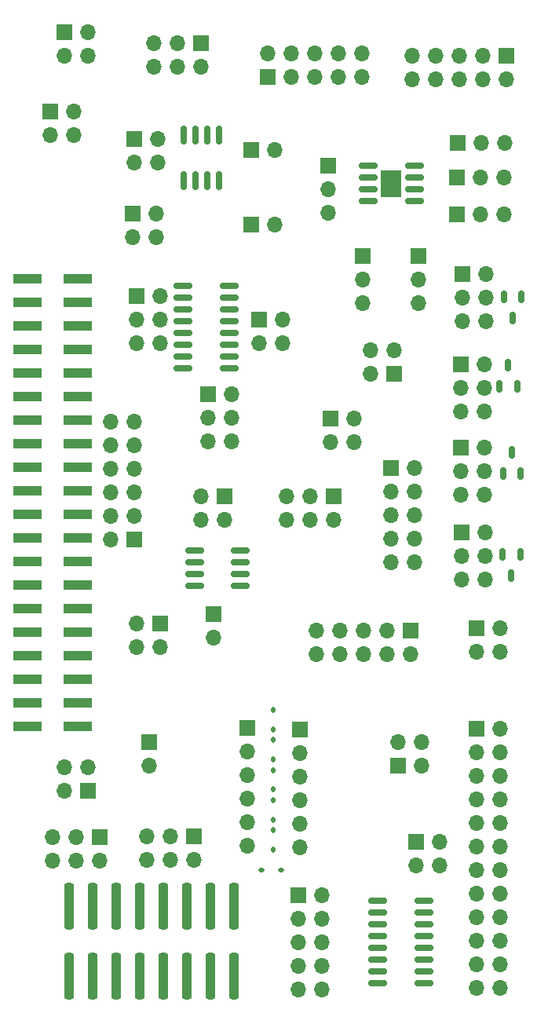
<source format=gbr>
%TF.GenerationSoftware,KiCad,Pcbnew,(7.0.0)*%
%TF.CreationDate,2023-03-28T06:18:24-07:00*%
%TF.ProjectId,wyw_r,7779775f-722e-46b6-9963-61645f706362,rev?*%
%TF.SameCoordinates,Original*%
%TF.FileFunction,Soldermask,Bot*%
%TF.FilePolarity,Negative*%
%FSLAX46Y46*%
G04 Gerber Fmt 4.6, Leading zero omitted, Abs format (unit mm)*
G04 Created by KiCad (PCBNEW (7.0.0)) date 2023-03-28 06:18:24*
%MOMM*%
%LPD*%
G01*
G04 APERTURE LIST*
G04 Aperture macros list*
%AMRoundRect*
0 Rectangle with rounded corners*
0 $1 Rounding radius*
0 $2 $3 $4 $5 $6 $7 $8 $9 X,Y pos of 4 corners*
0 Add a 4 corners polygon primitive as box body*
4,1,4,$2,$3,$4,$5,$6,$7,$8,$9,$2,$3,0*
0 Add four circle primitives for the rounded corners*
1,1,$1+$1,$2,$3*
1,1,$1+$1,$4,$5*
1,1,$1+$1,$6,$7*
1,1,$1+$1,$8,$9*
0 Add four rect primitives between the rounded corners*
20,1,$1+$1,$2,$3,$4,$5,0*
20,1,$1+$1,$4,$5,$6,$7,0*
20,1,$1+$1,$6,$7,$8,$9,0*
20,1,$1+$1,$8,$9,$2,$3,0*%
G04 Aperture macros list end*
%ADD10R,1.700000X1.700000*%
%ADD11O,1.700000X1.700000*%
%ADD12RoundRect,0.112500X-0.112500X0.187500X-0.112500X-0.187500X0.112500X-0.187500X0.112500X0.187500X0*%
%ADD13RoundRect,0.150000X-0.150000X0.825000X-0.150000X-0.825000X0.150000X-0.825000X0.150000X0.825000X0*%
%ADD14R,3.150000X1.000000*%
%ADD15RoundRect,0.112500X0.112500X-0.187500X0.112500X0.187500X-0.112500X0.187500X-0.112500X-0.187500X0*%
%ADD16RoundRect,0.150000X0.825000X0.150000X-0.825000X0.150000X-0.825000X-0.150000X0.825000X-0.150000X0*%
%ADD17R,2.290000X3.000000*%
%ADD18RoundRect,0.255000X-0.255000X2.245000X-0.255000X-2.245000X0.255000X-2.245000X0.255000X2.245000X0*%
%ADD19RoundRect,0.150000X0.150000X-0.512500X0.150000X0.512500X-0.150000X0.512500X-0.150000X-0.512500X0*%
%ADD20RoundRect,0.150000X0.850000X0.150000X-0.850000X0.150000X-0.850000X-0.150000X0.850000X-0.150000X0*%
%ADD21RoundRect,0.150000X-0.150000X0.512500X-0.150000X-0.512500X0.150000X-0.512500X0.150000X0.512500X0*%
%ADD22RoundRect,0.112500X-0.187500X-0.112500X0.187500X-0.112500X0.187500X0.112500X-0.187500X0.112500X0*%
G04 APERTURE END LIST*
D10*
%TO.C,J49*%
X69499999Y-76999999D03*
D11*
X72039999Y-76999999D03*
X69499999Y-79539999D03*
X72039999Y-79539999D03*
X69499999Y-82079999D03*
X72039999Y-82079999D03*
%TD*%
D10*
%TO.C,J_POT1*%
X41509999Y-33419999D03*
D11*
X41509999Y-35959999D03*
X38969999Y-33419999D03*
X38969999Y-35959999D03*
X36429999Y-33419999D03*
X36429999Y-35959999D03*
%TD*%
D10*
%TO.C,J_JACKS2*%
X62724999Y-111274999D03*
D11*
X62724999Y-108734999D03*
X65264999Y-111274999D03*
X65264999Y-108734999D03*
%TD*%
D10*
%TO.C,J21*%
X34074999Y-51724999D03*
D11*
X36614999Y-51724999D03*
X34074999Y-54264999D03*
X36614999Y-54264999D03*
%TD*%
D10*
%TO.C,J14*%
X47739999Y-63174999D03*
D11*
X50279999Y-63174999D03*
X47739999Y-65714999D03*
X50279999Y-65714999D03*
%TD*%
D10*
%TO.C,J28*%
X29284999Y-113949999D03*
D11*
X26744999Y-113949999D03*
X29284999Y-111409999D03*
X26744999Y-111409999D03*
%TD*%
D10*
%TO.C,J12*%
X58899999Y-56324999D03*
D11*
X58899999Y-58864999D03*
X58899999Y-61404999D03*
%TD*%
D10*
%TO.C,J_DIODE_A2*%
X46499999Y-107249999D03*
D11*
X46499999Y-109789999D03*
X46499999Y-112329999D03*
X46499999Y-114869999D03*
X46499999Y-117409999D03*
X46499999Y-119949999D03*
%TD*%
D10*
%TO.C,J6*%
X42209999Y-71209999D03*
D11*
X44749999Y-71209999D03*
X42209999Y-73749999D03*
X44749999Y-73749999D03*
X42209999Y-76289999D03*
X44749999Y-76289999D03*
%TD*%
D10*
%TO.C,J9*%
X69109999Y-51849999D03*
D11*
X71649999Y-51849999D03*
X74189999Y-51849999D03*
%TD*%
D10*
%TO.C,J33*%
X71209999Y-107309999D03*
D11*
X73749999Y-107309999D03*
X71209999Y-109849999D03*
X73749999Y-109849999D03*
X71209999Y-112389999D03*
X73749999Y-112389999D03*
X71209999Y-114929999D03*
X73749999Y-114929999D03*
X71209999Y-117469999D03*
X73749999Y-117469999D03*
X71209999Y-120009999D03*
X73749999Y-120009999D03*
X71209999Y-122549999D03*
X73749999Y-122549999D03*
X71209999Y-125089999D03*
X73749999Y-125089999D03*
X71209999Y-127629999D03*
X73749999Y-127629999D03*
X71209999Y-130169999D03*
X73749999Y-130169999D03*
X71209999Y-132709999D03*
X73749999Y-132709999D03*
X71209999Y-135249999D03*
X73749999Y-135249999D03*
%TD*%
D10*
%TO.C,J11*%
X64899999Y-56324999D03*
D11*
X64899999Y-58864999D03*
X64899999Y-61404999D03*
%TD*%
D10*
%TO.C,J10*%
X34539999Y-60609999D03*
D11*
X37079999Y-60609999D03*
X34539999Y-63149999D03*
X37079999Y-63149999D03*
X34539999Y-65689999D03*
X37079999Y-65689999D03*
%TD*%
D10*
%TO.C,J4*%
X69149999Y-44099999D03*
D11*
X71689999Y-44099999D03*
X74229999Y-44099999D03*
%TD*%
D10*
%TO.C,J_JACKS1*%
X26719999Y-32219999D03*
D11*
X29259999Y-32219999D03*
X26719999Y-34759999D03*
X29259999Y-34759999D03*
%TD*%
D10*
%TO.C,J13*%
X55409999Y-73859999D03*
D11*
X57949999Y-73859999D03*
X55409999Y-76399999D03*
X57949999Y-76399999D03*
%TD*%
D10*
%TO.C,J_POT4*%
X55774999Y-82224999D03*
D11*
X55774999Y-84764999D03*
X53234999Y-82224999D03*
X53234999Y-84764999D03*
X50694999Y-82224999D03*
X50694999Y-84764999D03*
%TD*%
D10*
%TO.C,J47*%
X64074999Y-96724999D03*
D11*
X64074999Y-99264999D03*
X61534999Y-96724999D03*
X61534999Y-99264999D03*
X58994999Y-96724999D03*
X58994999Y-99264999D03*
X56454999Y-96724999D03*
X56454999Y-99264999D03*
X53914999Y-96724999D03*
X53914999Y-99264999D03*
%TD*%
D10*
%TO.C,J34*%
X25249999Y-40709999D03*
D11*
X27789999Y-40709999D03*
X25249999Y-43249999D03*
X27789999Y-43249999D03*
%TD*%
D10*
%TO.C,J_POT2*%
X30579999Y-118999999D03*
D11*
X30579999Y-121539999D03*
X28039999Y-118999999D03*
X28039999Y-121539999D03*
X25499999Y-118999999D03*
X25499999Y-121539999D03*
%TD*%
D10*
%TO.C,J23*%
X46849999Y-52899999D03*
D11*
X49389999Y-52899999D03*
%TD*%
D10*
%TO.C,J15*%
X55149999Y-46599999D03*
D11*
X55149999Y-49139999D03*
X55149999Y-51679999D03*
%TD*%
D10*
%TO.C,J20*%
X34249999Y-43709999D03*
D11*
X36789999Y-43709999D03*
X34249999Y-46249999D03*
X36789999Y-46249999D03*
%TD*%
D10*
%TO.C,J17*%
X64709999Y-119474999D03*
D11*
X67249999Y-119474999D03*
X64709999Y-122014999D03*
X67249999Y-122014999D03*
%TD*%
D10*
%TO.C,J_POT3*%
X40724999Y-118914999D03*
D11*
X40724999Y-121454999D03*
X38184999Y-118914999D03*
X38184999Y-121454999D03*
X35644999Y-118914999D03*
X35644999Y-121454999D03*
%TD*%
D10*
%TO.C,J19*%
X51999999Y-125209999D03*
D11*
X54539999Y-125209999D03*
X51999999Y-127749999D03*
X54539999Y-127749999D03*
X51999999Y-130289999D03*
X54539999Y-130289999D03*
X51999999Y-132829999D03*
X54539999Y-132829999D03*
X51999999Y-135369999D03*
X54539999Y-135369999D03*
%TD*%
D10*
%TO.C,J_LEDS1*%
X34274999Y-86849999D03*
D11*
X31734999Y-86849999D03*
X34274999Y-84309999D03*
X31734999Y-84309999D03*
X34274999Y-81769999D03*
X31734999Y-81769999D03*
X34274999Y-79229999D03*
X31734999Y-79229999D03*
X34274999Y-76689999D03*
X31734999Y-76689999D03*
X34274999Y-74149999D03*
X31734999Y-74149999D03*
%TD*%
D10*
%TO.C,J30*%
X61974999Y-79174999D03*
D11*
X64514999Y-79174999D03*
X61974999Y-81714999D03*
X64514999Y-81714999D03*
X61974999Y-84254999D03*
X64514999Y-84254999D03*
X61974999Y-86794999D03*
X64514999Y-86794999D03*
X61974999Y-89334999D03*
X64514999Y-89334999D03*
%TD*%
D10*
%TO.C,J38*%
X62274999Y-69024999D03*
D11*
X59734999Y-69024999D03*
X62274999Y-66484999D03*
X59734999Y-66484999D03*
%TD*%
D10*
%TO.C,J39*%
X71224999Y-96474999D03*
D11*
X73764999Y-96474999D03*
X71224999Y-99014999D03*
X73764999Y-99014999D03*
%TD*%
D10*
%TO.C,J27*%
X35849999Y-108699999D03*
D11*
X35849999Y-111239999D03*
%TD*%
D10*
%TO.C,J29*%
X48674999Y-37024999D03*
D11*
X48674999Y-34484999D03*
X51214999Y-37024999D03*
X51214999Y-34484999D03*
X53754999Y-37024999D03*
X53754999Y-34484999D03*
X56294999Y-37024999D03*
X56294999Y-34484999D03*
X58834999Y-37024999D03*
X58834999Y-34484999D03*
%TD*%
D10*
%TO.C,J3*%
X69519999Y-67969999D03*
D11*
X72059999Y-67969999D03*
X69519999Y-70509999D03*
X72059999Y-70509999D03*
X69519999Y-73049999D03*
X72059999Y-73049999D03*
%TD*%
D10*
%TO.C,J24*%
X44024999Y-82274999D03*
D11*
X44024999Y-84814999D03*
X41484999Y-82274999D03*
X41484999Y-84814999D03*
%TD*%
D10*
%TO.C,J25*%
X42849999Y-94974999D03*
D11*
X42849999Y-97514999D03*
%TD*%
D10*
%TO.C,J_DIODE_C1*%
X52099999Y-107399999D03*
D11*
X52099999Y-109939999D03*
X52099999Y-112479999D03*
X52099999Y-115019999D03*
X52099999Y-117559999D03*
X52099999Y-120099999D03*
%TD*%
D10*
%TO.C,J2*%
X69597499Y-86109999D03*
D11*
X72137499Y-86109999D03*
X69597499Y-88649999D03*
X72137499Y-88649999D03*
X69597499Y-91189999D03*
X72137499Y-91189999D03*
%TD*%
D10*
%TO.C,J22*%
X46920899Y-44899999D03*
D11*
X49460899Y-44899999D03*
%TD*%
D10*
%TO.C,J7*%
X69674999Y-58274999D03*
D11*
X72214999Y-58274999D03*
X69674999Y-60814999D03*
X72214999Y-60814999D03*
X69674999Y-63354999D03*
X72214999Y-63354999D03*
%TD*%
D10*
%TO.C,J26*%
X37049999Y-95959999D03*
D11*
X37049999Y-98499999D03*
X34509999Y-95959999D03*
X34509999Y-98499999D03*
%TD*%
D10*
%TO.C,J5*%
X69069999Y-47849999D03*
D11*
X71609999Y-47849999D03*
X74149999Y-47849999D03*
%TD*%
D10*
%TO.C,J16*%
X74409999Y-34749999D03*
D11*
X74409999Y-37289999D03*
X71869999Y-34749999D03*
X71869999Y-37289999D03*
X69329999Y-34749999D03*
X69329999Y-37289999D03*
X66789999Y-34749999D03*
X66789999Y-37289999D03*
X64249999Y-34749999D03*
X64249999Y-37289999D03*
%TD*%
D12*
%TO.C,D3*%
X49250000Y-115000000D03*
X49250000Y-117100000D03*
%TD*%
D13*
%TO.C,U3*%
X39595000Y-43275000D03*
X40865000Y-43275000D03*
X42135000Y-43275000D03*
X43405000Y-43275000D03*
X43405000Y-48225000D03*
X42135000Y-48225000D03*
X40865000Y-48225000D03*
X39595000Y-48225000D03*
%TD*%
D14*
%TO.C,J8*%
X22749999Y-107059999D03*
X28209999Y-107059999D03*
X22749999Y-104519999D03*
X28209999Y-104519999D03*
X22749999Y-101979999D03*
X28209999Y-101979999D03*
X22749999Y-99439999D03*
X28209999Y-99439999D03*
X22749999Y-96899999D03*
X28209999Y-96899999D03*
X22749999Y-94359999D03*
X28209999Y-94359999D03*
X22749999Y-91819999D03*
X28209999Y-91819999D03*
X22749999Y-89279999D03*
X28209999Y-89279999D03*
X22749999Y-86739999D03*
X28209999Y-86739999D03*
X22749999Y-84199999D03*
X28209999Y-84199999D03*
X22749999Y-84199999D03*
X22749999Y-81659999D03*
X28209999Y-81659999D03*
X22749999Y-79119999D03*
X28209999Y-79119999D03*
X22749999Y-76579999D03*
X28209999Y-76579999D03*
X22749999Y-74039999D03*
X28209999Y-74039999D03*
X22749999Y-71499999D03*
X28209999Y-71499999D03*
X22749999Y-68959999D03*
X28209999Y-68959999D03*
X22749999Y-66419999D03*
X28209999Y-66419999D03*
X22749999Y-63879999D03*
X28209999Y-63879999D03*
X22749999Y-61339999D03*
X28209999Y-61339999D03*
X22749999Y-58799999D03*
X28209999Y-58799999D03*
%TD*%
D12*
%TO.C,D1*%
X49250000Y-108500000D03*
X49250000Y-110600000D03*
%TD*%
D15*
%TO.C,D2*%
X49250000Y-113850000D03*
X49250000Y-111750000D03*
%TD*%
D16*
%TO.C,U1*%
X64475000Y-46595000D03*
X64475000Y-47865000D03*
X64475000Y-49135000D03*
X64475000Y-50405000D03*
X59525000Y-50405000D03*
X59525000Y-49135000D03*
X59525000Y-47865000D03*
X59525000Y-46595000D03*
D17*
X61999999Y-48499999D03*
%TD*%
D18*
%TO.C,J1*%
X27260000Y-126400000D03*
X27260000Y-134000000D03*
X29800000Y-126400000D03*
X29800000Y-134000000D03*
X32340000Y-126400000D03*
X32340000Y-134000000D03*
X34880000Y-126400000D03*
X34880000Y-134000000D03*
X37420000Y-126400000D03*
X37420000Y-134000000D03*
X39960000Y-126400000D03*
X39960000Y-134000000D03*
X42500000Y-126400000D03*
X42500000Y-134000000D03*
X45040000Y-126400000D03*
X45040000Y-134000000D03*
%TD*%
D19*
%TO.C,Q3*%
X75560000Y-70347500D03*
X73660000Y-70347500D03*
X74610000Y-68072500D03*
%TD*%
D20*
%TO.C,U5*%
X65500000Y-125805000D03*
X65500000Y-127075000D03*
X65500000Y-128345000D03*
X65500000Y-129615000D03*
X65500000Y-130885000D03*
X65500000Y-132155000D03*
X65500000Y-133425000D03*
X65500000Y-134695000D03*
X60500000Y-134695000D03*
X60500000Y-133425000D03*
X60500000Y-132155000D03*
X60500000Y-130885000D03*
X60500000Y-129615000D03*
X60500000Y-128345000D03*
X60500000Y-127075000D03*
X60500000Y-125805000D03*
%TD*%
D16*
%TO.C,U4*%
X45725000Y-88095000D03*
X45725000Y-89365000D03*
X45725000Y-90635000D03*
X45725000Y-91905000D03*
X40775000Y-91905000D03*
X40775000Y-90635000D03*
X40775000Y-89365000D03*
X40775000Y-88095000D03*
%TD*%
D21*
%TO.C,Q4*%
X74115000Y-60727500D03*
X76015000Y-60727500D03*
X75065000Y-63002500D03*
%TD*%
D19*
%TO.C,Q1*%
X75950000Y-79767500D03*
X74050000Y-79767500D03*
X75000000Y-77492500D03*
%TD*%
D15*
%TO.C,D12*%
X49250000Y-107350000D03*
X49250000Y-105250000D03*
%TD*%
D22*
%TO.C,D5*%
X48000000Y-122500000D03*
X50100000Y-122500000D03*
%TD*%
D15*
%TO.C,D4*%
X49250000Y-120350000D03*
X49250000Y-118250000D03*
%TD*%
D21*
%TO.C,Q2*%
X73995000Y-88537500D03*
X75895000Y-88537500D03*
X74945000Y-90812500D03*
%TD*%
D20*
%TO.C,U6*%
X44500000Y-59555000D03*
X44500000Y-60825000D03*
X44500000Y-62095000D03*
X44500000Y-63365000D03*
X44500000Y-64635000D03*
X44500000Y-65905000D03*
X44500000Y-67175000D03*
X44500000Y-68445000D03*
X39500000Y-68445000D03*
X39500000Y-67175000D03*
X39500000Y-65905000D03*
X39500000Y-64635000D03*
X39500000Y-63365000D03*
X39500000Y-62095000D03*
X39500000Y-60825000D03*
X39500000Y-59555000D03*
%TD*%
M02*

</source>
